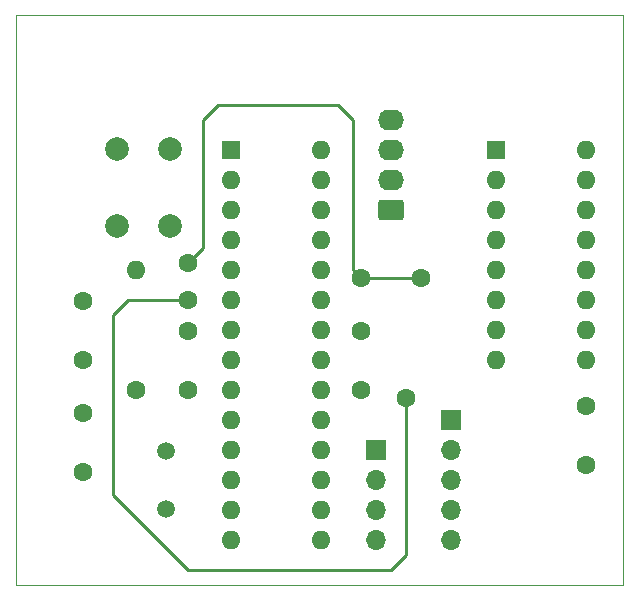
<source format=gbr>
%TF.GenerationSoftware,KiCad,Pcbnew,6.0.0*%
%TF.CreationDate,2022-01-08T11:12:02+01:00*%
%TF.ProjectId,lidar,6c696461-722e-46b6-9963-61645f706362,0.1.0*%
%TF.SameCoordinates,Original*%
%TF.FileFunction,Copper,L1,Top*%
%TF.FilePolarity,Positive*%
%FSLAX46Y46*%
G04 Gerber Fmt 4.6, Leading zero omitted, Abs format (unit mm)*
G04 Created by KiCad (PCBNEW 6.0.0) date 2022-01-08 11:12:02*
%MOMM*%
%LPD*%
G01*
G04 APERTURE LIST*
G04 Aperture macros list*
%AMRoundRect*
0 Rectangle with rounded corners*
0 $1 Rounding radius*
0 $2 $3 $4 $5 $6 $7 $8 $9 X,Y pos of 4 corners*
0 Add a 4 corners polygon primitive as box body*
4,1,4,$2,$3,$4,$5,$6,$7,$8,$9,$2,$3,0*
0 Add four circle primitives for the rounded corners*
1,1,$1+$1,$2,$3*
1,1,$1+$1,$4,$5*
1,1,$1+$1,$6,$7*
1,1,$1+$1,$8,$9*
0 Add four rect primitives between the rounded corners*
20,1,$1+$1,$2,$3,$4,$5,0*
20,1,$1+$1,$4,$5,$6,$7,0*
20,1,$1+$1,$6,$7,$8,$9,0*
20,1,$1+$1,$8,$9,$2,$3,0*%
G04 Aperture macros list end*
%TA.AperFunction,Profile*%
%ADD10C,0.100000*%
%TD*%
%TA.AperFunction,ComponentPad*%
%ADD11C,1.600000*%
%TD*%
%TA.AperFunction,ComponentPad*%
%ADD12R,1.700000X1.700000*%
%TD*%
%TA.AperFunction,ComponentPad*%
%ADD13O,1.700000X1.700000*%
%TD*%
%TA.AperFunction,ComponentPad*%
%ADD14C,2.000000*%
%TD*%
%TA.AperFunction,ComponentPad*%
%ADD15O,1.600000X1.600000*%
%TD*%
%TA.AperFunction,ComponentPad*%
%ADD16R,1.600000X1.600000*%
%TD*%
%TA.AperFunction,ComponentPad*%
%ADD17C,1.500000*%
%TD*%
%TA.AperFunction,ComponentPad*%
%ADD18RoundRect,0.250000X0.845000X-0.620000X0.845000X0.620000X-0.845000X0.620000X-0.845000X-0.620000X0*%
%TD*%
%TA.AperFunction,ComponentPad*%
%ADD19O,2.190000X1.740000*%
%TD*%
%TA.AperFunction,ViaPad*%
%ADD20C,1.600000*%
%TD*%
%TA.AperFunction,Conductor*%
%ADD21C,0.250000*%
%TD*%
G04 APERTURE END LIST*
D10*
X49530000Y-62225000D02*
X100965000Y-62225000D01*
X100965000Y-62225000D02*
X100965000Y-110485000D01*
X100965000Y-110485000D02*
X49530000Y-110485000D01*
X49530000Y-110485000D02*
X49530000Y-62225000D01*
D11*
%TO.P,C3,1*%
%TO.N,+5V*%
X97790000Y-95290000D03*
%TO.P,C3,2*%
%TO.N,GND*%
X97790000Y-100290000D03*
%TD*%
%TO.P,C4,1*%
%TO.N,Net-(C4-Pad1)*%
X55245000Y-91395000D03*
%TO.P,C4,2*%
%TO.N,GND*%
X55245000Y-86395000D03*
%TD*%
D12*
%TO.P,J3,1,Pin_1*%
%TO.N,+5V*%
X86360000Y-96520000D03*
D13*
%TO.P,J3,2,Pin_2*%
%TO.N,Net-(J3-Pad2)*%
X86360000Y-99060000D03*
%TO.P,J3,3,Pin_3*%
%TO.N,Net-(J3-Pad3)*%
X86360000Y-101600000D03*
%TO.P,J3,4,Pin_4*%
%TO.N,Net-(J3-Pad4)*%
X86360000Y-104140000D03*
%TO.P,J3,5,Pin_5*%
%TO.N,Net-(J3-Pad5)*%
X86360000Y-106680000D03*
%TD*%
D11*
%TO.P,C1,1*%
%TO.N,+5V*%
X78740000Y-93935000D03*
%TO.P,C1,2*%
%TO.N,GND*%
X78740000Y-88935000D03*
%TD*%
D14*
%TO.P,SW1,1,1*%
%TO.N,GND*%
X58075000Y-73585000D03*
X58075000Y-80085000D03*
%TO.P,SW1,2,2*%
%TO.N,Net-(R1-Pad2)*%
X62575000Y-73585000D03*
X62575000Y-80085000D03*
%TD*%
D11*
%TO.P,R1,1*%
%TO.N,+5V*%
X59690000Y-93975000D03*
D15*
%TO.P,R1,2*%
%TO.N,Net-(R1-Pad2)*%
X59690000Y-83815000D03*
%TD*%
D11*
%TO.P,C5,1*%
%TO.N,Net-(C5-Pad1)*%
X55245000Y-100925000D03*
%TO.P,C5,2*%
%TO.N,GND*%
X55245000Y-95925000D03*
%TD*%
%TO.P,C2,1*%
%TO.N,+5V*%
X64135000Y-88935000D03*
%TO.P,C2,2*%
%TO.N,GND*%
X64135000Y-93935000D03*
%TD*%
D16*
%TO.P,U2,1,I1*%
%TO.N,Net-(U1-Pad12)*%
X90170000Y-73645000D03*
D15*
%TO.P,U2,2,I2*%
%TO.N,Net-(U1-Pad13)*%
X90170000Y-76185000D03*
%TO.P,U2,3,I3*%
%TO.N,Net-(U1-Pad14)*%
X90170000Y-78725000D03*
%TO.P,U2,4,I4*%
%TO.N,Net-(U1-Pad15)*%
X90170000Y-81265000D03*
%TO.P,U2,5,I5*%
%TO.N,unconnected-(U2-Pad5)*%
X90170000Y-83805000D03*
%TO.P,U2,6,I6*%
%TO.N,unconnected-(U2-Pad6)*%
X90170000Y-86345000D03*
%TO.P,U2,7,I7*%
%TO.N,unconnected-(U2-Pad7)*%
X90170000Y-88885000D03*
%TO.P,U2,8,GND*%
%TO.N,GND*%
X90170000Y-91425000D03*
%TO.P,U2,9,COM*%
%TO.N,+5V*%
X97790000Y-91425000D03*
%TO.P,U2,10,O7*%
%TO.N,unconnected-(U2-Pad10)*%
X97790000Y-88885000D03*
%TO.P,U2,11,O6*%
%TO.N,unconnected-(U2-Pad11)*%
X97790000Y-86345000D03*
%TO.P,U2,12,O5*%
%TO.N,unconnected-(U2-Pad12)*%
X97790000Y-83805000D03*
%TO.P,U2,13,O4*%
%TO.N,Net-(J3-Pad5)*%
X97790000Y-81265000D03*
%TO.P,U2,14,O3*%
%TO.N,Net-(J3-Pad4)*%
X97790000Y-78725000D03*
%TO.P,U2,15,O2*%
%TO.N,Net-(J3-Pad3)*%
X97790000Y-76185000D03*
%TO.P,U2,16,O1*%
%TO.N,Net-(J3-Pad2)*%
X97790000Y-73645000D03*
%TD*%
D12*
%TO.P,J2,1,Pin_1*%
%TO.N,+5V*%
X80010000Y-99065000D03*
D13*
%TO.P,J2,2,Pin_2*%
%TO.N,Net-(J2-Pad2)*%
X80010000Y-101605000D03*
%TO.P,J2,3,Pin_3*%
%TO.N,Net-(J2-Pad3)*%
X80010000Y-104145000D03*
%TO.P,J2,4,Pin_4*%
%TO.N,GND*%
X80010000Y-106685000D03*
%TD*%
D16*
%TO.P,U1,1,PC6/~{RESET}*%
%TO.N,Net-(R1-Pad2)*%
X67720000Y-73655000D03*
D15*
%TO.P,U1,2,PD0*%
%TO.N,unconnected-(U1-Pad2)*%
X67720000Y-76195000D03*
%TO.P,U1,3,PD1*%
%TO.N,unconnected-(U1-Pad3)*%
X67720000Y-78735000D03*
%TO.P,U1,4,PD2*%
%TO.N,unconnected-(U1-Pad4)*%
X67720000Y-81275000D03*
%TO.P,U1,5,PD3*%
%TO.N,unconnected-(U1-Pad5)*%
X67720000Y-83815000D03*
%TO.P,U1,6,PD4*%
%TO.N,unconnected-(U1-Pad6)*%
X67720000Y-86355000D03*
%TO.P,U1,7,VCC*%
%TO.N,+5V*%
X67720000Y-88895000D03*
%TO.P,U1,8,GND*%
%TO.N,GND*%
X67720000Y-91435000D03*
%TO.P,U1,9,PB6/XTAL1*%
%TO.N,Net-(C4-Pad1)*%
X67720000Y-93975000D03*
%TO.P,U1,10,PB7/XTAL2*%
%TO.N,Net-(C5-Pad1)*%
X67720000Y-96515000D03*
%TO.P,U1,11,PD5*%
%TO.N,unconnected-(U1-Pad11)*%
X67720000Y-99055000D03*
%TO.P,U1,12,PD6*%
%TO.N,Net-(U1-Pad12)*%
X67720000Y-101595000D03*
%TO.P,U1,13,PD7*%
%TO.N,Net-(U1-Pad13)*%
X67720000Y-104135000D03*
%TO.P,U1,14,PB0*%
%TO.N,Net-(U1-Pad14)*%
X67720000Y-106675000D03*
%TO.P,U1,15,PB1*%
%TO.N,Net-(U1-Pad15)*%
X75340000Y-106675000D03*
%TO.P,U1,16,PB2*%
%TO.N,Net-(J2-Pad3)*%
X75340000Y-104135000D03*
%TO.P,U1,17,PB3*%
%TO.N,Net-(J2-Pad2)*%
X75340000Y-101595000D03*
%TO.P,U1,18,PB4*%
%TO.N,unconnected-(U1-Pad18)*%
X75340000Y-99055000D03*
%TO.P,U1,19,PB5*%
%TO.N,unconnected-(U1-Pad19)*%
X75340000Y-96515000D03*
%TO.P,U1,20,AVCC*%
%TO.N,+5V*%
X75340000Y-93975000D03*
%TO.P,U1,21,AREF*%
X75340000Y-91435000D03*
%TO.P,U1,22,AGND*%
%TO.N,GND*%
X75340000Y-88895000D03*
%TO.P,U1,23,PC0*%
%TO.N,unconnected-(U1-Pad23)*%
X75340000Y-86355000D03*
%TO.P,U1,24,PC1*%
%TO.N,unconnected-(U1-Pad24)*%
X75340000Y-83815000D03*
%TO.P,U1,25,PC2*%
%TO.N,unconnected-(U1-Pad25)*%
X75340000Y-81275000D03*
%TO.P,U1,26,PC3*%
%TO.N,unconnected-(U1-Pad26)*%
X75340000Y-78735000D03*
%TO.P,U1,27,PC4*%
%TO.N,Net-(J1-Pad2)*%
X75340000Y-76195000D03*
%TO.P,U1,28,PC5*%
%TO.N,Net-(J1-Pad3)*%
X75340000Y-73655000D03*
%TD*%
D17*
%TO.P,Y1,1,1*%
%TO.N,Net-(C5-Pad1)*%
X62230000Y-104045000D03*
%TO.P,Y1,2,2*%
%TO.N,Net-(C4-Pad1)*%
X62230000Y-99165000D03*
%TD*%
D18*
%TO.P,J1,1,Pin_1*%
%TO.N,+5V*%
X81300000Y-78735000D03*
D19*
%TO.P,J1,2,Pin_2*%
%TO.N,Net-(J1-Pad2)*%
X81300000Y-76195000D03*
%TO.P,J1,3,Pin_3*%
%TO.N,Net-(J1-Pad3)*%
X81300000Y-73655000D03*
%TO.P,J1,4,Pin_4*%
%TO.N,GND*%
X81300000Y-71115000D03*
%TD*%
D20*
%TO.N,+5V*%
X64135000Y-86355000D03*
X82550000Y-94615000D03*
%TO.N,GND*%
X64135000Y-83185000D03*
X78740000Y-84450000D03*
X83820000Y-84450000D03*
%TD*%
D21*
%TO.N,+5V*%
X82550000Y-107950000D02*
X81280000Y-109220000D01*
X64135000Y-86355000D02*
X59060000Y-86355000D01*
X59060000Y-86355000D02*
X57785000Y-87630000D01*
X57785000Y-87630000D02*
X57785000Y-102870000D01*
X82550000Y-107950000D02*
X82550000Y-94615000D01*
X57785000Y-102870000D02*
X64135000Y-109220000D01*
X64135000Y-109220000D02*
X81280000Y-109220000D01*
%TO.N,GND*%
X65405000Y-71120000D02*
X65405000Y-81915000D01*
X66675000Y-69850000D02*
X65405000Y-71120000D01*
X65405000Y-81915000D02*
X64135000Y-83185000D01*
X78740000Y-84450000D02*
X78735000Y-84450000D01*
X78735000Y-84450000D02*
X78105000Y-83820000D01*
X78105000Y-83820000D02*
X78105000Y-71120000D01*
X78105000Y-71120000D02*
X76835000Y-69850000D01*
X76835000Y-69850000D02*
X66675000Y-69850000D01*
X78740000Y-84450000D02*
X83820000Y-84450000D01*
%TD*%
M02*

</source>
